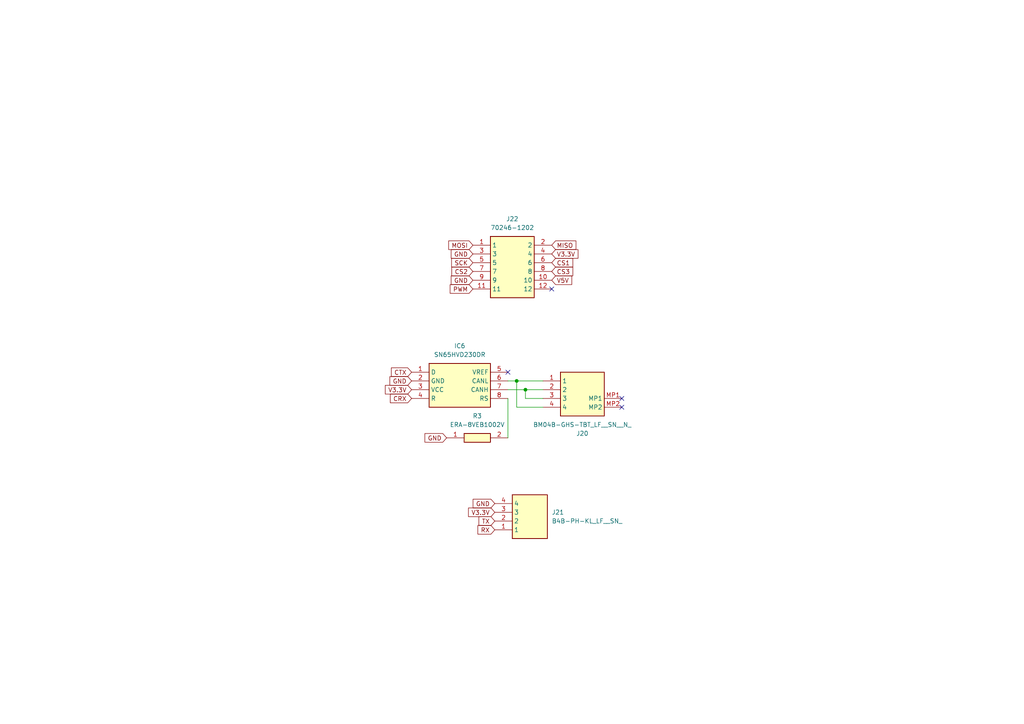
<source format=kicad_sch>
(kicad_sch
	(version 20231120)
	(generator "eeschema")
	(generator_version "8.0")
	(uuid "2398389c-09b0-450d-900c-db13463ddf67")
	(paper "A4")
	(lib_symbols
		(symbol "SamacSys_Parts:70246-1202"
			(exclude_from_sim no)
			(in_bom yes)
			(on_board yes)
			(property "Reference" "J"
				(at 19.05 7.62 0)
				(effects
					(font
						(size 1.27 1.27)
					)
					(justify left top)
				)
			)
			(property "Value" "70246-1202"
				(at 19.05 5.08 0)
				(effects
					(font
						(size 1.27 1.27)
					)
					(justify left top)
				)
			)
			(property "Footprint" "702461202"
				(at 19.05 -94.92 0)
				(effects
					(font
						(size 1.27 1.27)
					)
					(justify left top)
					(hide yes)
				)
			)
			(property "Datasheet" "https://www.molex.com/pdm_docs/sd/702461202_sd.pdf"
				(at 19.05 -194.92 0)
				(effects
					(font
						(size 1.27 1.27)
					)
					(justify left top)
					(hide yes)
				)
			)
			(property "Description" "Headers & Wire Housings 2.54mm CGrid Hdr Shr d /Slt .76AuLF 12Ckt"
				(at 0 0 0)
				(effects
					(font
						(size 1.27 1.27)
					)
					(hide yes)
				)
			)
			(property "Height" "9.47"
				(at 19.05 -394.92 0)
				(effects
					(font
						(size 1.27 1.27)
					)
					(justify left top)
					(hide yes)
				)
			)
			(property "Manufacturer_Name" "Molex"
				(at 19.05 -494.92 0)
				(effects
					(font
						(size 1.27 1.27)
					)
					(justify left top)
					(hide yes)
				)
			)
			(property "Manufacturer_Part_Number" "70246-1202"
				(at 19.05 -594.92 0)
				(effects
					(font
						(size 1.27 1.27)
					)
					(justify left top)
					(hide yes)
				)
			)
			(property "Mouser Part Number" "538-70246-1202"
				(at 19.05 -694.92 0)
				(effects
					(font
						(size 1.27 1.27)
					)
					(justify left top)
					(hide yes)
				)
			)
			(property "Mouser Price/Stock" "https://www.mouser.co.uk/ProductDetail/Molex/70246-1202?qs=fJMuCzod2IJmmhXp%2F2OcWQ%3D%3D"
				(at 19.05 -794.92 0)
				(effects
					(font
						(size 1.27 1.27)
					)
					(justify left top)
					(hide yes)
				)
			)
			(property "Arrow Part Number" ""
				(at 19.05 -894.92 0)
				(effects
					(font
						(size 1.27 1.27)
					)
					(justify left top)
					(hide yes)
				)
			)
			(property "Arrow Price/Stock" ""
				(at 19.05 -994.92 0)
				(effects
					(font
						(size 1.27 1.27)
					)
					(justify left top)
					(hide yes)
				)
			)
			(symbol "70246-1202_1_1"
				(rectangle
					(start 5.08 2.54)
					(end 17.78 -15.24)
					(stroke
						(width 0.254)
						(type default)
					)
					(fill
						(type background)
					)
				)
				(pin passive line
					(at 0 0 0)
					(length 5.08)
					(name "1"
						(effects
							(font
								(size 1.27 1.27)
							)
						)
					)
					(number "1"
						(effects
							(font
								(size 1.27 1.27)
							)
						)
					)
				)
				(pin passive line
					(at 22.86 -10.16 180)
					(length 5.08)
					(name "10"
						(effects
							(font
								(size 1.27 1.27)
							)
						)
					)
					(number "10"
						(effects
							(font
								(size 1.27 1.27)
							)
						)
					)
				)
				(pin passive line
					(at 0 -12.7 0)
					(length 5.08)
					(name "11"
						(effects
							(font
								(size 1.27 1.27)
							)
						)
					)
					(number "11"
						(effects
							(font
								(size 1.27 1.27)
							)
						)
					)
				)
				(pin passive line
					(at 22.86 -12.7 180)
					(length 5.08)
					(name "12"
						(effects
							(font
								(size 1.27 1.27)
							)
						)
					)
					(number "12"
						(effects
							(font
								(size 1.27 1.27)
							)
						)
					)
				)
				(pin passive line
					(at 22.86 0 180)
					(length 5.08)
					(name "2"
						(effects
							(font
								(size 1.27 1.27)
							)
						)
					)
					(number "2"
						(effects
							(font
								(size 1.27 1.27)
							)
						)
					)
				)
				(pin passive line
					(at 0 -2.54 0)
					(length 5.08)
					(name "3"
						(effects
							(font
								(size 1.27 1.27)
							)
						)
					)
					(number "3"
						(effects
							(font
								(size 1.27 1.27)
							)
						)
					)
				)
				(pin passive line
					(at 22.86 -2.54 180)
					(length 5.08)
					(name "4"
						(effects
							(font
								(size 1.27 1.27)
							)
						)
					)
					(number "4"
						(effects
							(font
								(size 1.27 1.27)
							)
						)
					)
				)
				(pin passive line
					(at 0 -5.08 0)
					(length 5.08)
					(name "5"
						(effects
							(font
								(size 1.27 1.27)
							)
						)
					)
					(number "5"
						(effects
							(font
								(size 1.27 1.27)
							)
						)
					)
				)
				(pin passive line
					(at 22.86 -5.08 180)
					(length 5.08)
					(name "6"
						(effects
							(font
								(size 1.27 1.27)
							)
						)
					)
					(number "6"
						(effects
							(font
								(size 1.27 1.27)
							)
						)
					)
				)
				(pin passive line
					(at 0 -7.62 0)
					(length 5.08)
					(name "7"
						(effects
							(font
								(size 1.27 1.27)
							)
						)
					)
					(number "7"
						(effects
							(font
								(size 1.27 1.27)
							)
						)
					)
				)
				(pin passive line
					(at 22.86 -7.62 180)
					(length 5.08)
					(name "8"
						(effects
							(font
								(size 1.27 1.27)
							)
						)
					)
					(number "8"
						(effects
							(font
								(size 1.27 1.27)
							)
						)
					)
				)
				(pin passive line
					(at 0 -10.16 0)
					(length 5.08)
					(name "9"
						(effects
							(font
								(size 1.27 1.27)
							)
						)
					)
					(number "9"
						(effects
							(font
								(size 1.27 1.27)
							)
						)
					)
				)
			)
		)
		(symbol "SamacSys_Parts:B4B-PH-KL_LF__SN_"
			(exclude_from_sim no)
			(in_bom yes)
			(on_board yes)
			(property "Reference" "J"
				(at 16.51 7.62 0)
				(effects
					(font
						(size 1.27 1.27)
					)
					(justify left top)
				)
			)
			(property "Value" "B4B-PH-KL_LF__SN_"
				(at 16.51 5.08 0)
				(effects
					(font
						(size 1.27 1.27)
					)
					(justify left top)
				)
			)
			(property "Footprint" "B4BPHKLLFSN"
				(at 16.51 -94.92 0)
				(effects
					(font
						(size 1.27 1.27)
					)
					(justify left top)
					(hide yes)
				)
			)
			(property "Datasheet" "https://www.jst-mfg.com/product/pdf/eng/ePH.pdf"
				(at 16.51 -194.92 0)
				(effects
					(font
						(size 1.27 1.27)
					)
					(justify left top)
					(hide yes)
				)
			)
			(property "Description" "PH Series 4 Position 2 mm Pitch Through Hole Crimp Top Entry Shrouded Header"
				(at 0 0 0)
				(effects
					(font
						(size 1.27 1.27)
					)
					(hide yes)
				)
			)
			(property "Height" "6"
				(at 16.51 -394.92 0)
				(effects
					(font
						(size 1.27 1.27)
					)
					(justify left top)
					(hide yes)
				)
			)
			(property "Manufacturer_Name" "JST (JAPAN SOLDERLESS TERMINALS)"
				(at 16.51 -494.92 0)
				(effects
					(font
						(size 1.27 1.27)
					)
					(justify left top)
					(hide yes)
				)
			)
			(property "Manufacturer_Part_Number" "B4B-PH-KL(LF)(SN)"
				(at 16.51 -594.92 0)
				(effects
					(font
						(size 1.27 1.27)
					)
					(justify left top)
					(hide yes)
				)
			)
			(property "Mouser Part Number" ""
				(at 16.51 -694.92 0)
				(effects
					(font
						(size 1.27 1.27)
					)
					(justify left top)
					(hide yes)
				)
			)
			(property "Mouser Price/Stock" ""
				(at 16.51 -794.92 0)
				(effects
					(font
						(size 1.27 1.27)
					)
					(justify left top)
					(hide yes)
				)
			)
			(property "Arrow Part Number" ""
				(at 16.51 -894.92 0)
				(effects
					(font
						(size 1.27 1.27)
					)
					(justify left top)
					(hide yes)
				)
			)
			(property "Arrow Price/Stock" ""
				(at 16.51 -994.92 0)
				(effects
					(font
						(size 1.27 1.27)
					)
					(justify left top)
					(hide yes)
				)
			)
			(symbol "B4B-PH-KL_LF__SN__1_1"
				(rectangle
					(start 5.08 2.54)
					(end 15.24 -10.16)
					(stroke
						(width 0.254)
						(type default)
					)
					(fill
						(type background)
					)
				)
				(pin passive line
					(at 0 -7.62 0)
					(length 5.08)
					(name "1"
						(effects
							(font
								(size 1.27 1.27)
							)
						)
					)
					(number "1"
						(effects
							(font
								(size 1.27 1.27)
							)
						)
					)
				)
				(pin passive line
					(at 0 -5.08 0)
					(length 5.08)
					(name "2"
						(effects
							(font
								(size 1.27 1.27)
							)
						)
					)
					(number "2"
						(effects
							(font
								(size 1.27 1.27)
							)
						)
					)
				)
				(pin passive line
					(at 0 -2.54 0)
					(length 5.08)
					(name "3"
						(effects
							(font
								(size 1.27 1.27)
							)
						)
					)
					(number "3"
						(effects
							(font
								(size 1.27 1.27)
							)
						)
					)
				)
				(pin passive line
					(at 0 0 0)
					(length 5.08)
					(name "4"
						(effects
							(font
								(size 1.27 1.27)
							)
						)
					)
					(number "4"
						(effects
							(font
								(size 1.27 1.27)
							)
						)
					)
				)
			)
		)
		(symbol "SamacSys_Parts:BM04B-GHS-TBT_LF__SN__N_"
			(exclude_from_sim no)
			(in_bom yes)
			(on_board yes)
			(property "Reference" "J"
				(at 19.05 7.62 0)
				(effects
					(font
						(size 1.27 1.27)
					)
					(justify left top)
				)
			)
			(property "Value" "BM04B-GHS-TBT_LF__SN__N_"
				(at 19.05 5.08 0)
				(effects
					(font
						(size 1.27 1.27)
					)
					(justify left top)
				)
			)
			(property "Footprint" "BM04BGHSTBTLFSNN"
				(at 19.05 -94.92 0)
				(effects
					(font
						(size 1.27 1.27)
					)
					(justify left top)
					(hide yes)
				)
			)
			(property "Datasheet" "http://www.jst-mfg.com/product/pdf/eng/eGH.pdf"
				(at 19.05 -194.92 0)
				(effects
					(font
						(size 1.27 1.27)
					)
					(justify left top)
					(hide yes)
				)
			)
			(property "Description" "CONN HEADER SMD 4POS 1.25MM"
				(at 0 0 0)
				(effects
					(font
						(size 1.27 1.27)
					)
					(hide yes)
				)
			)
			(property "Height" "4.05"
				(at 19.05 -394.92 0)
				(effects
					(font
						(size 1.27 1.27)
					)
					(justify left top)
					(hide yes)
				)
			)
			(property "Manufacturer_Name" "JST (JAPAN SOLDERLESS TERMINALS)"
				(at 19.05 -494.92 0)
				(effects
					(font
						(size 1.27 1.27)
					)
					(justify left top)
					(hide yes)
				)
			)
			(property "Manufacturer_Part_Number" "BM04B-GHS-TBT(LF)(SN)(N)"
				(at 19.05 -594.92 0)
				(effects
					(font
						(size 1.27 1.27)
					)
					(justify left top)
					(hide yes)
				)
			)
			(property "Mouser Part Number" ""
				(at 19.05 -694.92 0)
				(effects
					(font
						(size 1.27 1.27)
					)
					(justify left top)
					(hide yes)
				)
			)
			(property "Mouser Price/Stock" ""
				(at 19.05 -794.92 0)
				(effects
					(font
						(size 1.27 1.27)
					)
					(justify left top)
					(hide yes)
				)
			)
			(property "Arrow Part Number" "BM04B-GHS-TBT(LF)(SN)(N)"
				(at 19.05 -894.92 0)
				(effects
					(font
						(size 1.27 1.27)
					)
					(justify left top)
					(hide yes)
				)
			)
			(property "Arrow Price/Stock" "https://www.arrow.com/en/products/bm04b-ghs-tbt-lf-sn-n/jst-manufacturing?region=europe"
				(at 19.05 -994.92 0)
				(effects
					(font
						(size 1.27 1.27)
					)
					(justify left top)
					(hide yes)
				)
			)
			(symbol "BM04B-GHS-TBT_LF__SN__N__1_1"
				(rectangle
					(start 5.08 2.54)
					(end 17.78 -10.16)
					(stroke
						(width 0.254)
						(type default)
					)
					(fill
						(type background)
					)
				)
				(pin passive line
					(at 22.86 -7.62 180)
					(length 5.08)
					(name "1"
						(effects
							(font
								(size 1.27 1.27)
							)
						)
					)
					(number "1"
						(effects
							(font
								(size 1.27 1.27)
							)
						)
					)
				)
				(pin passive line
					(at 22.86 -5.08 180)
					(length 5.08)
					(name "2"
						(effects
							(font
								(size 1.27 1.27)
							)
						)
					)
					(number "2"
						(effects
							(font
								(size 1.27 1.27)
							)
						)
					)
				)
				(pin passive line
					(at 22.86 -2.54 180)
					(length 5.08)
					(name "3"
						(effects
							(font
								(size 1.27 1.27)
							)
						)
					)
					(number "3"
						(effects
							(font
								(size 1.27 1.27)
							)
						)
					)
				)
				(pin passive line
					(at 22.86 0 180)
					(length 5.08)
					(name "4"
						(effects
							(font
								(size 1.27 1.27)
							)
						)
					)
					(number "4"
						(effects
							(font
								(size 1.27 1.27)
							)
						)
					)
				)
				(pin passive line
					(at 0 -2.54 0)
					(length 5.08)
					(name "MP1"
						(effects
							(font
								(size 1.27 1.27)
							)
						)
					)
					(number "MP1"
						(effects
							(font
								(size 1.27 1.27)
							)
						)
					)
				)
				(pin passive line
					(at 0 0 0)
					(length 5.08)
					(name "MP2"
						(effects
							(font
								(size 1.27 1.27)
							)
						)
					)
					(number "MP2"
						(effects
							(font
								(size 1.27 1.27)
							)
						)
					)
				)
			)
		)
		(symbol "SamacSys_Parts:ERA-8VEB1002V"
			(pin_names hide)
			(exclude_from_sim no)
			(in_bom yes)
			(on_board yes)
			(property "Reference" "R"
				(at 13.97 6.35 0)
				(effects
					(font
						(size 1.27 1.27)
					)
					(justify left top)
				)
			)
			(property "Value" "ERA-8VEB1002V"
				(at 13.97 3.81 0)
				(effects
					(font
						(size 1.27 1.27)
					)
					(justify left top)
				)
			)
			(property "Footprint" "ERA8KEB1004V"
				(at 13.97 -96.19 0)
				(effects
					(font
						(size 1.27 1.27)
					)
					(justify left top)
					(hide yes)
				)
			)
			(property "Datasheet" "https://industrial.panasonic.com/cdbs/www-data/pdf/RDM0000/RDM0000C331.pdf"
				(at 13.97 -196.19 0)
				(effects
					(font
						(size 1.27 1.27)
					)
					(justify left top)
					(hide yes)
				)
			)
			(property "Description" "Series/Type: Thin Film Chip Resistors, High Stability and Reliability Type, Power Rating (W): 0.25, Chip Size (LxW(EIA)) (mm): 3.2 x 1.6 (EIA:1206), Resistance Values (): 10000, Resistance Tolerance (%): 0.1, T.C.R (10/K): +/-25"
				(at 0 0 0)
				(effects
					(font
						(size 1.27 1.27)
					)
					(hide yes)
				)
			)
			(property "Height" "0.65"
				(at 13.97 -396.19 0)
				(effects
					(font
						(size 1.27 1.27)
					)
					(justify left top)
					(hide yes)
				)
			)
			(property "Manufacturer_Name" "Panasonic"
				(at 13.97 -496.19 0)
				(effects
					(font
						(size 1.27 1.27)
					)
					(justify left top)
					(hide yes)
				)
			)
			(property "Manufacturer_Part_Number" "ERA-8VEB1002V"
				(at 13.97 -596.19 0)
				(effects
					(font
						(size 1.27 1.27)
					)
					(justify left top)
					(hide yes)
				)
			)
			(property "Mouser Part Number" "667-ERA-8VEB1002V"
				(at 13.97 -696.19 0)
				(effects
					(font
						(size 1.27 1.27)
					)
					(justify left top)
					(hide yes)
				)
			)
			(property "Mouser Price/Stock" "https://www.mouser.co.uk/ProductDetail/Panasonic/ERA-8VEB1002V?qs=By6Nw2ByBD1wyfr6GkuTsw%3D%3D"
				(at 13.97 -796.19 0)
				(effects
					(font
						(size 1.27 1.27)
					)
					(justify left top)
					(hide yes)
				)
			)
			(property "Arrow Part Number" ""
				(at 13.97 -896.19 0)
				(effects
					(font
						(size 1.27 1.27)
					)
					(justify left top)
					(hide yes)
				)
			)
			(property "Arrow Price/Stock" ""
				(at 13.97 -996.19 0)
				(effects
					(font
						(size 1.27 1.27)
					)
					(justify left top)
					(hide yes)
				)
			)
			(symbol "ERA-8VEB1002V_1_1"
				(rectangle
					(start 5.08 1.27)
					(end 12.7 -1.27)
					(stroke
						(width 0.254)
						(type default)
					)
					(fill
						(type background)
					)
				)
				(pin passive line
					(at 0 0 0)
					(length 5.08)
					(name "1"
						(effects
							(font
								(size 1.27 1.27)
							)
						)
					)
					(number "1"
						(effects
							(font
								(size 1.27 1.27)
							)
						)
					)
				)
				(pin passive line
					(at 17.78 0 180)
					(length 5.08)
					(name "2"
						(effects
							(font
								(size 1.27 1.27)
							)
						)
					)
					(number "2"
						(effects
							(font
								(size 1.27 1.27)
							)
						)
					)
				)
			)
		)
		(symbol "SamacSys_Parts:SN65HVD230DR"
			(exclude_from_sim no)
			(in_bom yes)
			(on_board yes)
			(property "Reference" "IC"
				(at 24.13 7.62 0)
				(effects
					(font
						(size 1.27 1.27)
					)
					(justify left top)
				)
			)
			(property "Value" "SN65HVD230DR"
				(at 24.13 5.08 0)
				(effects
					(font
						(size 1.27 1.27)
					)
					(justify left top)
				)
			)
			(property "Footprint" "SOT127P600X175-8N"
				(at 24.13 -94.92 0)
				(effects
					(font
						(size 1.27 1.27)
					)
					(justify left top)
					(hide yes)
				)
			)
			(property "Datasheet" "http://www.ti.com/lit/gpn/sn65hvd230"
				(at 24.13 -194.92 0)
				(effects
					(font
						(size 1.27 1.27)
					)
					(justify left top)
					(hide yes)
				)
			)
			(property "Description" "3.3 V CAN Transceiver with Standby Mode"
				(at 0 0 0)
				(effects
					(font
						(size 1.27 1.27)
					)
					(hide yes)
				)
			)
			(property "Height" "1.75"
				(at 24.13 -394.92 0)
				(effects
					(font
						(size 1.27 1.27)
					)
					(justify left top)
					(hide yes)
				)
			)
			(property "Manufacturer_Name" "Texas Instruments"
				(at 24.13 -494.92 0)
				(effects
					(font
						(size 1.27 1.27)
					)
					(justify left top)
					(hide yes)
				)
			)
			(property "Manufacturer_Part_Number" "SN65HVD230DR"
				(at 24.13 -594.92 0)
				(effects
					(font
						(size 1.27 1.27)
					)
					(justify left top)
					(hide yes)
				)
			)
			(property "Mouser Part Number" "595-SN65HVD230DR"
				(at 24.13 -694.92 0)
				(effects
					(font
						(size 1.27 1.27)
					)
					(justify left top)
					(hide yes)
				)
			)
			(property "Mouser Price/Stock" "https://www.mouser.co.uk/ProductDetail/Texas-Instruments/SN65HVD230DR?qs=QViXGNcIEAtifeQR3pYVUQ%3D%3D"
				(at 24.13 -794.92 0)
				(effects
					(font
						(size 1.27 1.27)
					)
					(justify left top)
					(hide yes)
				)
			)
			(property "Arrow Part Number" "SN65HVD230DR"
				(at 24.13 -894.92 0)
				(effects
					(font
						(size 1.27 1.27)
					)
					(justify left top)
					(hide yes)
				)
			)
			(property "Arrow Price/Stock" "https://www.arrow.com/en/products/sn65hvd230dr/texas-instruments?region=nac"
				(at 24.13 -994.92 0)
				(effects
					(font
						(size 1.27 1.27)
					)
					(justify left top)
					(hide yes)
				)
			)
			(symbol "SN65HVD230DR_1_1"
				(rectangle
					(start 5.08 2.54)
					(end 22.86 -10.16)
					(stroke
						(width 0.254)
						(type default)
					)
					(fill
						(type background)
					)
				)
				(pin passive line
					(at 0 0 0)
					(length 5.08)
					(name "D"
						(effects
							(font
								(size 1.27 1.27)
							)
						)
					)
					(number "1"
						(effects
							(font
								(size 1.27 1.27)
							)
						)
					)
				)
				(pin passive line
					(at 0 -2.54 0)
					(length 5.08)
					(name "GND"
						(effects
							(font
								(size 1.27 1.27)
							)
						)
					)
					(number "2"
						(effects
							(font
								(size 1.27 1.27)
							)
						)
					)
				)
				(pin passive line
					(at 0 -5.08 0)
					(length 5.08)
					(name "VCC"
						(effects
							(font
								(size 1.27 1.27)
							)
						)
					)
					(number "3"
						(effects
							(font
								(size 1.27 1.27)
							)
						)
					)
				)
				(pin passive line
					(at 0 -7.62 0)
					(length 5.08)
					(name "R"
						(effects
							(font
								(size 1.27 1.27)
							)
						)
					)
					(number "4"
						(effects
							(font
								(size 1.27 1.27)
							)
						)
					)
				)
				(pin passive line
					(at 27.94 0 180)
					(length 5.08)
					(name "VREF"
						(effects
							(font
								(size 1.27 1.27)
							)
						)
					)
					(number "5"
						(effects
							(font
								(size 1.27 1.27)
							)
						)
					)
				)
				(pin passive line
					(at 27.94 -2.54 180)
					(length 5.08)
					(name "CANL"
						(effects
							(font
								(size 1.27 1.27)
							)
						)
					)
					(number "6"
						(effects
							(font
								(size 1.27 1.27)
							)
						)
					)
				)
				(pin passive line
					(at 27.94 -5.08 180)
					(length 5.08)
					(name "CANH"
						(effects
							(font
								(size 1.27 1.27)
							)
						)
					)
					(number "7"
						(effects
							(font
								(size 1.27 1.27)
							)
						)
					)
				)
				(pin passive line
					(at 27.94 -7.62 180)
					(length 5.08)
					(name "RS"
						(effects
							(font
								(size 1.27 1.27)
							)
						)
					)
					(number "8"
						(effects
							(font
								(size 1.27 1.27)
							)
						)
					)
				)
			)
		)
	)
	(junction
		(at 149.86 110.49)
		(diameter 0)
		(color 0 0 0 0)
		(uuid "e420e954-c93d-4e44-945c-89f4f38962c1")
	)
	(junction
		(at 152.4 113.03)
		(diameter 0)
		(color 0 0 0 0)
		(uuid "f7319710-8cb9-468d-90e5-afea89d1be65")
	)
	(no_connect
		(at 180.34 115.57)
		(uuid "4b3d427b-a120-4434-b12d-4c292d82aebe")
	)
	(no_connect
		(at 180.34 118.11)
		(uuid "b14fe873-3b29-4ff9-9e77-d5a84ae5f1a1")
	)
	(no_connect
		(at 160.02 83.82)
		(uuid "d20801d2-7e41-4b53-8635-824c649f7fa5")
	)
	(no_connect
		(at 147.32 107.95)
		(uuid "f1f591b6-a086-44ca-b824-42924435fd70")
	)
	(wire
		(pts
			(xy 147.32 110.49) (xy 149.86 110.49)
		)
		(stroke
			(width 0)
			(type default)
		)
		(uuid "1988fe67-b67a-42d5-bfed-1a70da04f314")
	)
	(wire
		(pts
			(xy 147.32 113.03) (xy 152.4 113.03)
		)
		(stroke
			(width 0)
			(type default)
		)
		(uuid "71f07457-8f59-404f-8126-723df315874b")
	)
	(wire
		(pts
			(xy 147.32 115.57) (xy 147.32 127)
		)
		(stroke
			(width 0)
			(type default)
		)
		(uuid "7ccb89b3-4779-459d-ad67-34058232f861")
	)
	(wire
		(pts
			(xy 149.86 118.11) (xy 149.86 110.49)
		)
		(stroke
			(width 0)
			(type default)
		)
		(uuid "9001ba56-6f32-491b-9fd6-b9e3d7dd1743")
	)
	(wire
		(pts
			(xy 149.86 110.49) (xy 157.48 110.49)
		)
		(stroke
			(width 0)
			(type default)
		)
		(uuid "9a634b11-f4e6-4d20-bd92-8706a62ff2e6")
	)
	(wire
		(pts
			(xy 157.48 118.11) (xy 149.86 118.11)
		)
		(stroke
			(width 0)
			(type default)
		)
		(uuid "a397fdde-65f7-440f-a4c9-1cac1a986c09")
	)
	(wire
		(pts
			(xy 152.4 115.57) (xy 152.4 113.03)
		)
		(stroke
			(width 0)
			(type default)
		)
		(uuid "af2bab31-1cc4-4f27-a1da-7e4ae69c6da7")
	)
	(wire
		(pts
			(xy 152.4 113.03) (xy 157.48 113.03)
		)
		(stroke
			(width 0)
			(type default)
		)
		(uuid "bf391224-9ac8-4441-bdb4-29294b21f382")
	)
	(wire
		(pts
			(xy 157.48 115.57) (xy 152.4 115.57)
		)
		(stroke
			(width 0)
			(type default)
		)
		(uuid "db97bce9-b999-48b7-a3ba-b89c0404ba4a")
	)
	(global_label "RX"
		(shape input)
		(at 143.51 153.67 180)
		(fields_autoplaced yes)
		(effects
			(font
				(size 1.27 1.27)
			)
			(justify right)
		)
		(uuid "01feccc7-d89b-49e4-a279-1b3050945ae5")
		(property "Intersheetrefs" "${INTERSHEET_REFS}"
			(at 138.0453 153.67 0)
			(effects
				(font
					(size 1.27 1.27)
				)
				(justify right)
				(hide yes)
			)
		)
	)
	(global_label "GND"
		(shape input)
		(at 137.16 73.66 180)
		(fields_autoplaced yes)
		(effects
			(font
				(size 1.27 1.27)
			)
			(justify right)
		)
		(uuid "19647da8-99aa-4e31-9bbb-fb2be7656472")
		(property "Intersheetrefs" "${INTERSHEET_REFS}"
			(at 130.3043 73.66 0)
			(effects
				(font
					(size 1.27 1.27)
				)
				(justify right)
				(hide yes)
			)
		)
	)
	(global_label "CS1"
		(shape input)
		(at 160.02 76.2 0)
		(fields_autoplaced yes)
		(effects
			(font
				(size 1.27 1.27)
			)
			(justify left)
		)
		(uuid "258f8fe3-74f7-418e-8015-a276487e4b33")
		(property "Intersheetrefs" "${INTERSHEET_REFS}"
			(at 166.6942 76.2 0)
			(effects
				(font
					(size 1.27 1.27)
				)
				(justify left)
				(hide yes)
			)
		)
	)
	(global_label "V3.3V"
		(shape input)
		(at 119.38 113.03 180)
		(fields_autoplaced yes)
		(effects
			(font
				(size 1.27 1.27)
			)
			(justify right)
		)
		(uuid "26141896-f859-4581-a928-b325fc2a64d8")
		(property "Intersheetrefs" "${INTERSHEET_REFS}"
			(at 111.1938 113.03 0)
			(effects
				(font
					(size 1.27 1.27)
				)
				(justify right)
				(hide yes)
			)
		)
	)
	(global_label "MOSI"
		(shape input)
		(at 137.16 71.12 180)
		(fields_autoplaced yes)
		(effects
			(font
				(size 1.27 1.27)
			)
			(justify right)
		)
		(uuid "283e3c97-f185-423c-977e-add827538756")
		(property "Intersheetrefs" "${INTERSHEET_REFS}"
			(at 129.5786 71.12 0)
			(effects
				(font
					(size 1.27 1.27)
				)
				(justify right)
				(hide yes)
			)
		)
	)
	(global_label "V3.3V"
		(shape input)
		(at 160.02 73.66 0)
		(fields_autoplaced yes)
		(effects
			(font
				(size 1.27 1.27)
			)
			(justify left)
		)
		(uuid "28e6a967-3513-4e25-8f2d-31e2f75d02aa")
		(property "Intersheetrefs" "${INTERSHEET_REFS}"
			(at 168.2062 73.66 0)
			(effects
				(font
					(size 1.27 1.27)
				)
				(justify left)
				(hide yes)
			)
		)
	)
	(global_label "CS2"
		(shape input)
		(at 137.16 78.74 180)
		(fields_autoplaced yes)
		(effects
			(font
				(size 1.27 1.27)
			)
			(justify right)
		)
		(uuid "3729eb08-9e0e-4171-a339-bfe4825a238d")
		(property "Intersheetrefs" "${INTERSHEET_REFS}"
			(at 130.4858 78.74 0)
			(effects
				(font
					(size 1.27 1.27)
				)
				(justify right)
				(hide yes)
			)
		)
	)
	(global_label "TX"
		(shape input)
		(at 143.51 151.13 180)
		(fields_autoplaced yes)
		(effects
			(font
				(size 1.27 1.27)
			)
			(justify right)
		)
		(uuid "372abe8d-30de-4a03-8217-54f40662c2fa")
		(property "Intersheetrefs" "${INTERSHEET_REFS}"
			(at 138.3477 151.13 0)
			(effects
				(font
					(size 1.27 1.27)
				)
				(justify right)
				(hide yes)
			)
		)
	)
	(global_label "PWM"
		(shape input)
		(at 137.16 83.82 180)
		(fields_autoplaced yes)
		(effects
			(font
				(size 1.27 1.27)
			)
			(justify right)
		)
		(uuid "3d1b4661-d36d-4eb1-a5f0-c4b69257cb56")
		(property "Intersheetrefs" "${INTERSHEET_REFS}"
			(at 130.002 83.82 0)
			(effects
				(font
					(size 1.27 1.27)
				)
				(justify right)
				(hide yes)
			)
		)
	)
	(global_label "CRX"
		(shape input)
		(at 119.38 115.57 180)
		(fields_autoplaced yes)
		(effects
			(font
				(size 1.27 1.27)
			)
			(justify right)
		)
		(uuid "4376f032-0baf-4ef2-b3cc-0cc469267def")
		(property "Intersheetrefs" "${INTERSHEET_REFS}"
			(at 112.6453 115.57 0)
			(effects
				(font
					(size 1.27 1.27)
				)
				(justify right)
				(hide yes)
			)
		)
	)
	(global_label "SCK"
		(shape input)
		(at 137.16 76.2 180)
		(fields_autoplaced yes)
		(effects
			(font
				(size 1.27 1.27)
			)
			(justify right)
		)
		(uuid "68f660c1-4da4-47b3-b3b8-61ce53e2a704")
		(property "Intersheetrefs" "${INTERSHEET_REFS}"
			(at 130.4253 76.2 0)
			(effects
				(font
					(size 1.27 1.27)
				)
				(justify right)
				(hide yes)
			)
		)
	)
	(global_label "V3.3V"
		(shape input)
		(at 143.51 148.59 180)
		(fields_autoplaced yes)
		(effects
			(font
				(size 1.27 1.27)
			)
			(justify right)
		)
		(uuid "6e3da09a-5d68-4057-9d39-2a34a2ec4a4a")
		(property "Intersheetrefs" "${INTERSHEET_REFS}"
			(at 135.3238 148.59 0)
			(effects
				(font
					(size 1.27 1.27)
				)
				(justify right)
				(hide yes)
			)
		)
	)
	(global_label "GND"
		(shape input)
		(at 137.16 81.28 180)
		(fields_autoplaced yes)
		(effects
			(font
				(size 1.27 1.27)
			)
			(justify right)
		)
		(uuid "7f30ddf6-5d80-474e-a31e-06359e131bee")
		(property "Intersheetrefs" "${INTERSHEET_REFS}"
			(at 130.3043 81.28 0)
			(effects
				(font
					(size 1.27 1.27)
				)
				(justify right)
				(hide yes)
			)
		)
	)
	(global_label "CS3"
		(shape input)
		(at 160.02 78.74 0)
		(fields_autoplaced yes)
		(effects
			(font
				(size 1.27 1.27)
			)
			(justify left)
		)
		(uuid "a670f0f6-f910-4b81-982d-6ce8f19a7b9b")
		(property "Intersheetrefs" "${INTERSHEET_REFS}"
			(at 166.6942 78.74 0)
			(effects
				(font
					(size 1.27 1.27)
				)
				(justify left)
				(hide yes)
			)
		)
	)
	(global_label "GND"
		(shape input)
		(at 129.54 127 180)
		(fields_autoplaced yes)
		(effects
			(font
				(size 1.27 1.27)
			)
			(justify right)
		)
		(uuid "b76572a0-72cd-4f23-a3c0-5c9372b3334d")
		(property "Intersheetrefs" "${INTERSHEET_REFS}"
			(at 122.6843 127 0)
			(effects
				(font
					(size 1.27 1.27)
				)
				(justify right)
				(hide yes)
			)
		)
	)
	(global_label "GND"
		(shape input)
		(at 119.38 110.49 180)
		(fields_autoplaced yes)
		(effects
			(font
				(size 1.27 1.27)
			)
			(justify right)
		)
		(uuid "bafac8d6-e4bf-4711-be82-39b10de8f94d")
		(property "Intersheetrefs" "${INTERSHEET_REFS}"
			(at 112.5243 110.49 0)
			(effects
				(font
					(size 1.27 1.27)
				)
				(justify right)
				(hide yes)
			)
		)
	)
	(global_label "GND"
		(shape input)
		(at 143.51 146.05 180)
		(fields_autoplaced yes)
		(effects
			(font
				(size 1.27 1.27)
			)
			(justify right)
		)
		(uuid "ca2cfa31-f703-4d3a-af83-437e8acd2fd7")
		(property "Intersheetrefs" "${INTERSHEET_REFS}"
			(at 136.6543 146.05 0)
			(effects
				(font
					(size 1.27 1.27)
				)
				(justify right)
				(hide yes)
			)
		)
	)
	(global_label "CTX"
		(shape input)
		(at 119.38 107.95 180)
		(fields_autoplaced yes)
		(effects
			(font
				(size 1.27 1.27)
			)
			(justify right)
		)
		(uuid "d5c22a90-a7aa-4e27-a418-287b9a46eada")
		(property "Intersheetrefs" "${INTERSHEET_REFS}"
			(at 112.9477 107.95 0)
			(effects
				(font
					(size 1.27 1.27)
				)
				(justify right)
				(hide yes)
			)
		)
	)
	(global_label "V5V"
		(shape input)
		(at 160.02 81.28 0)
		(fields_autoplaced yes)
		(effects
			(font
				(size 1.27 1.27)
			)
			(justify left)
		)
		(uuid "dab37c4e-dcec-423d-87ba-f9c8edb84655")
		(property "Intersheetrefs" "${INTERSHEET_REFS}"
			(at 166.3919 81.28 0)
			(effects
				(font
					(size 1.27 1.27)
				)
				(justify left)
				(hide yes)
			)
		)
	)
	(global_label "MISO"
		(shape input)
		(at 160.02 71.12 0)
		(fields_autoplaced yes)
		(effects
			(font
				(size 1.27 1.27)
			)
			(justify left)
		)
		(uuid "f98124f4-4a27-493a-870b-dcbb804109b3")
		(property "Intersheetrefs" "${INTERSHEET_REFS}"
			(at 167.6014 71.12 0)
			(effects
				(font
					(size 1.27 1.27)
				)
				(justify left)
				(hide yes)
			)
		)
	)
	(symbol
		(lib_id "SamacSys_Parts:ERA-8VEB1002V")
		(at 129.54 127 0)
		(unit 1)
		(exclude_from_sim no)
		(in_bom yes)
		(on_board yes)
		(dnp no)
		(fields_autoplaced yes)
		(uuid "39ed16f6-6a10-43c4-acbd-4d957c0a564a")
		(property "Reference" "R3"
			(at 138.43 120.65 0)
			(effects
				(font
					(size 1.27 1.27)
				)
			)
		)
		(property "Value" "ERA-8VEB1002V"
			(at 138.43 123.19 0)
			(effects
				(font
					(size 1.27 1.27)
				)
			)
		)
		(property "Footprint" "SamacSys_Parts:ERA8KEB1004V"
			(at 143.51 223.19 0)
			(effects
				(font
					(size 1.27 1.27)
				)
				(justify left top)
				(hide yes)
			)
		)
		(property "Datasheet" "https://industrial.panasonic.com/cdbs/www-data/pdf/RDM0000/RDM0000C331.pdf"
			(at 143.51 323.19 0)
			(effects
				(font
					(size 1.27 1.27)
				)
				(justify left top)
				(hide yes)
			)
		)
		(property "Description" "Series/Type: Thin Film Chip Resistors, High Stability and Reliability Type, Power Rating (W): 0.25, Chip Size (LxW(EIA)) (mm): 3.2 x 1.6 (EIA:1206), Resistance Values (): 10000, Resistance Tolerance (%): 0.1, T.C.R (10/K): +/-25"
			(at 129.54 127 0)
			(effects
				(font
					(size 1.27 1.27)
				)
				(hide yes)
			)
		)
		(property "Height" "0.65"
			(at 143.51 523.19 0)
			(effects
				(font
					(size 1.27 1.27)
				)
				(justify left top)
				(hide yes)
			)
		)
		(property "Manufacturer_Name" "Panasonic"
			(at 143.51 623.19 0)
			(effects
				(font
					(size 1.27 1.27)
				)
				(justify left top)
				(hide yes)
			)
		)
		(property "Manufacturer_Part_Number" "ERA-8VEB1002V"
			(at 143.51 723.19 0)
			(effects
				(font
					(size 1.27 1.27)
				)
				(justify left top)
				(hide yes)
			)
		)
		(property "Mouser Part Number" "667-ERA-8VEB1002V"
			(at 143.51 823.19 0)
			(effects
				(font
					(size 1.27 1.27)
				)
				(justify left top)
				(hide yes)
			)
		)
		(property "Mouser Price/Stock" "https://www.mouser.co.uk/ProductDetail/Panasonic/ERA-8VEB1002V?qs=By6Nw2ByBD1wyfr6GkuTsw%3D%3D"
			(at 143.51 923.19 0)
			(effects
				(font
					(size 1.27 1.27)
				)
				(justify left top)
				(hide yes)
			)
		)
		(property "Arrow Part Number" ""
			(at 143.51 1023.19 0)
			(effects
				(font
					(size 1.27 1.27)
				)
				(justify left top)
				(hide yes)
			)
		)
		(property "Arrow Price/Stock" ""
			(at 143.51 1123.19 0)
			(effects
				(font
					(size 1.27 1.27)
				)
				(justify left top)
				(hide yes)
			)
		)
		(pin "1"
			(uuid "bee24e19-7009-485d-acda-24df749c3b0b")
		)
		(pin "2"
			(uuid "6d3ffd45-3768-409a-b8e6-207e9cf98708")
		)
		(instances
			(project ""
				(path "/7c729b63-3d20-4f8c-af05-a144a2f6144d/38b6d1b8-d4ef-42f9-9df0-997e60b9b477"
					(reference "R3")
					(unit 1)
				)
			)
		)
	)
	(symbol
		(lib_id "SamacSys_Parts:B4B-PH-KL_LF__SN_")
		(at 143.51 146.05 0)
		(unit 1)
		(exclude_from_sim no)
		(in_bom yes)
		(on_board yes)
		(dnp no)
		(fields_autoplaced yes)
		(uuid "63e5a920-b429-473f-b485-60af56a11a7a")
		(property "Reference" "J21"
			(at 160.02 148.5899 0)
			(effects
				(font
					(size 1.27 1.27)
				)
				(justify left)
			)
		)
		(property "Value" "B4B-PH-KL_LF__SN_"
			(at 160.02 151.1299 0)
			(effects
				(font
					(size 1.27 1.27)
				)
				(justify left)
			)
		)
		(property "Footprint" "SamacSys_Parts:B4BPHKLLFSN"
			(at 160.02 240.97 0)
			(effects
				(font
					(size 1.27 1.27)
				)
				(justify left top)
				(hide yes)
			)
		)
		(property "Datasheet" "https://www.jst-mfg.com/product/pdf/eng/ePH.pdf"
			(at 160.02 340.97 0)
			(effects
				(font
					(size 1.27 1.27)
				)
				(justify left top)
				(hide yes)
			)
		)
		(property "Description" "PH Series 4 Position 2 mm Pitch Through Hole Crimp Top Entry Shrouded Header"
			(at 143.51 146.05 0)
			(effects
				(font
					(size 1.27 1.27)
				)
				(hide yes)
			)
		)
		(property "Height" "6"
			(at 160.02 540.97 0)
			(effects
				(font
					(size 1.27 1.27)
				)
				(justify left top)
				(hide yes)
			)
		)
		(property "Manufacturer_Name" "JST (JAPAN SOLDERLESS TERMINALS)"
			(at 160.02 640.97 0)
			(effects
				(font
					(size 1.27 1.27)
				)
				(justify left top)
				(hide yes)
			)
		)
		(property "Manufacturer_Part_Number" "B4B-PH-KL(LF)(SN)"
			(at 160.02 740.97 0)
			(effects
				(font
					(size 1.27 1.27)
				)
				(justify left top)
				(hide yes)
			)
		)
		(property "Mouser Part Number" ""
			(at 160.02 840.97 0)
			(effects
				(font
					(size 1.27 1.27)
				)
				(justify left top)
				(hide yes)
			)
		)
		(property "Mouser Price/Stock" ""
			(at 160.02 940.97 0)
			(effects
				(font
					(size 1.27 1.27)
				)
				(justify left top)
				(hide yes)
			)
		)
		(property "Arrow Part Number" ""
			(at 160.02 1040.97 0)
			(effects
				(font
					(size 1.27 1.27)
				)
				(justify left top)
				(hide yes)
			)
		)
		(property "Arrow Price/Stock" ""
			(at 160.02 1140.97 0)
			(effects
				(font
					(size 1.27 1.27)
				)
				(justify left top)
				(hide yes)
			)
		)
		(pin "1"
			(uuid "9dc266f9-797f-46a4-a2c5-bdceb8390fee")
		)
		(pin "3"
			(uuid "8786c585-909c-4da5-86d5-a9c7287e11a4")
		)
		(pin "4"
			(uuid "7182fb6b-8428-47e3-9a51-72c67ac90185")
		)
		(pin "2"
			(uuid "c58d0322-5be8-42ca-b310-853d28ef9257")
		)
		(instances
			(project ""
				(path "/7c729b63-3d20-4f8c-af05-a144a2f6144d/38b6d1b8-d4ef-42f9-9df0-997e60b9b477"
					(reference "J21")
					(unit 1)
				)
			)
		)
	)
	(symbol
		(lib_id "SamacSys_Parts:BM04B-GHS-TBT_LF__SN__N_")
		(at 180.34 118.11 180)
		(unit 1)
		(exclude_from_sim no)
		(in_bom yes)
		(on_board yes)
		(dnp no)
		(fields_autoplaced yes)
		(uuid "ab7bbb38-72bb-43c4-87c0-9a1283900afc")
		(property "Reference" "J20"
			(at 168.91 125.73 0)
			(effects
				(font
					(size 1.27 1.27)
				)
			)
		)
		(property "Value" "BM04B-GHS-TBT_LF__SN__N_"
			(at 168.91 123.19 0)
			(effects
				(font
					(size 1.27 1.27)
				)
			)
		)
		(property "Footprint" "SamacSys_Parts:BM04BGHSTBTLFSNN"
			(at 161.29 23.19 0)
			(effects
				(font
					(size 1.27 1.27)
				)
				(justify left top)
				(hide yes)
			)
		)
		(property "Datasheet" "http://www.jst-mfg.com/product/pdf/eng/eGH.pdf"
			(at 161.29 -76.81 0)
			(effects
				(font
					(size 1.27 1.27)
				)
				(justify left top)
				(hide yes)
			)
		)
		(property "Description" "CONN HEADER SMD 4POS 1.25MM"
			(at 180.34 118.11 0)
			(effects
				(font
					(size 1.27 1.27)
				)
				(hide yes)
			)
		)
		(property "Height" "4.05"
			(at 161.29 -276.81 0)
			(effects
				(font
					(size 1.27 1.27)
				)
				(justify left top)
				(hide yes)
			)
		)
		(property "Manufacturer_Name" "JST (JAPAN SOLDERLESS TERMINALS)"
			(at 161.29 -376.81 0)
			(effects
				(font
					(size 1.27 1.27)
				)
				(justify left top)
				(hide yes)
			)
		)
		(property "Manufacturer_Part_Number" "BM04B-GHS-TBT(LF)(SN)(N)"
			(at 161.29 -476.81 0)
			(effects
				(font
					(size 1.27 1.27)
				)
				(justify left top)
				(hide yes)
			)
		)
		(property "Mouser Part Number" ""
			(at 161.29 -576.81 0)
			(effects
				(font
					(size 1.27 1.27)
				)
				(justify left top)
				(hide yes)
			)
		)
		(property "Mouser Price/Stock" ""
			(at 161.29 -676.81 0)
			(effects
				(font
					(size 1.27 1.27)
				)
				(justify left top)
				(hide yes)
			)
		)
		(property "Arrow Part Number" "BM04B-GHS-TBT(LF)(SN)(N)"
			(at 161.29 -776.81 0)
			(effects
				(font
					(size 1.27 1.27)
				)
				(justify left top)
				(hide yes)
			)
		)
		(property "Arrow Price/Stock" "https://www.arrow.com/en/products/bm04b-ghs-tbt-lf-sn-n/jst-manufacturing?region=europe"
			(at 161.29 -876.81 0)
			(effects
				(font
					(size 1.27 1.27)
				)
				(justify left top)
				(hide yes)
			)
		)
		(pin "MP1"
			(uuid "811202e1-dc31-4962-a1fb-569c3d38537d")
		)
		(pin "3"
			(uuid "56fd08b2-fa5c-40c9-84ba-e7d972c31d80")
		)
		(pin "1"
			(uuid "4b185e05-3b9e-4c5e-b7b0-013eddf7a565")
		)
		(pin "4"
			(uuid "bc19e040-6d9c-4cd1-8582-c7b2cefa3ff9")
		)
		(pin "MP2"
			(uuid "c73c885f-414e-4d3d-b67c-ce673a52c18d")
		)
		(pin "2"
			(uuid "71fc5d3c-732e-4285-86fa-23a801794ff7")
		)
		(instances
			(project ""
				(path "/7c729b63-3d20-4f8c-af05-a144a2f6144d/38b6d1b8-d4ef-42f9-9df0-997e60b9b477"
					(reference "J20")
					(unit 1)
				)
			)
		)
	)
	(symbol
		(lib_id "SamacSys_Parts:SN65HVD230DR")
		(at 119.38 107.95 0)
		(unit 1)
		(exclude_from_sim no)
		(in_bom yes)
		(on_board yes)
		(dnp no)
		(fields_autoplaced yes)
		(uuid "f1140ae9-5890-44f1-860b-af891cb222d7")
		(property "Reference" "IC6"
			(at 133.35 100.33 0)
			(effects
				(font
					(size 1.27 1.27)
				)
			)
		)
		(property "Value" "SN65HVD230DR"
			(at 133.35 102.87 0)
			(effects
				(font
					(size 1.27 1.27)
				)
			)
		)
		(property "Footprint" "SamacSys_Parts:SOT127P600X175-8N"
			(at 143.51 202.87 0)
			(effects
				(font
					(size 1.27 1.27)
				)
				(justify left top)
				(hide yes)
			)
		)
		(property "Datasheet" "http://www.ti.com/lit/gpn/sn65hvd230"
			(at 143.51 302.87 0)
			(effects
				(font
					(size 1.27 1.27)
				)
				(justify left top)
				(hide yes)
			)
		)
		(property "Description" "3.3 V CAN Transceiver with Standby Mode"
			(at 119.38 107.95 0)
			(effects
				(font
					(size 1.27 1.27)
				)
				(hide yes)
			)
		)
		(property "Height" "1.75"
			(at 143.51 502.87 0)
			(effects
				(font
					(size 1.27 1.27)
				)
				(justify left top)
				(hide yes)
			)
		)
		(property "Manufacturer_Name" "Texas Instruments"
			(at 143.51 602.87 0)
			(effects
				(font
					(size 1.27 1.27)
				)
				(justify left top)
				(hide yes)
			)
		)
		(property "Manufacturer_Part_Number" "SN65HVD230DR"
			(at 143.51 702.87 0)
			(effects
				(font
					(size 1.27 1.27)
				)
				(justify left top)
				(hide yes)
			)
		)
		(property "Mouser Part Number" "595-SN65HVD230DR"
			(at 143.51 802.87 0)
			(effects
				(font
					(size 1.27 1.27)
				)
				(justify left top)
				(hide yes)
			)
		)
		(property "Mouser Price/Stock" "https://www.mouser.co.uk/ProductDetail/Texas-Instruments/SN65HVD230DR?qs=QViXGNcIEAtifeQR3pYVUQ%3D%3D"
			(at 143.51 902.87 0)
			(effects
				(font
					(size 1.27 1.27)
				)
				(justify left top)
				(hide yes)
			)
		)
		(property "Arrow Part Number" "SN65HVD230DR"
			(at 143.51 1002.87 0)
			(effects
				(font
					(size 1.27 1.27)
				)
				(justify left top)
				(hide yes)
			)
		)
		(property "Arrow Price/Stock" "https://www.arrow.com/en/products/sn65hvd230dr/texas-instruments?region=nac"
			(at 143.51 1102.87 0)
			(effects
				(font
					(size 1.27 1.27)
				)
				(justify left top)
				(hide yes)
			)
		)
		(pin "4"
			(uuid "962f3aa9-bc6f-4bc9-9113-c2bc69f49641")
		)
		(pin "5"
			(uuid "31c46630-b240-4f0f-81a2-bf6171afda84")
		)
		(pin "8"
			(uuid "e1339ee4-09b7-4e42-88a5-a5eb051ea47f")
		)
		(pin "1"
			(uuid "2e249995-0ad4-453e-8c07-81c007e8911e")
		)
		(pin "2"
			(uuid "f0e36c45-32bc-4768-9ce7-12495cfe0954")
		)
		(pin "6"
			(uuid "ae8d9fd0-0daa-4ed7-96ee-f0a3c3e501c7")
		)
		(pin "7"
			(uuid "ca454548-8c4f-4dec-8f58-af50b46f58b9")
		)
		(pin "3"
			(uuid "3b2a7b34-594c-4003-9f62-2b1b6c31d0cf")
		)
		(instances
			(project ""
				(path "/7c729b63-3d20-4f8c-af05-a144a2f6144d/38b6d1b8-d4ef-42f9-9df0-997e60b9b477"
					(reference "IC6")
					(unit 1)
				)
			)
		)
	)
	(symbol
		(lib_id "SamacSys_Parts:70246-1202")
		(at 137.16 71.12 0)
		(unit 1)
		(exclude_from_sim no)
		(in_bom yes)
		(on_board yes)
		(dnp no)
		(fields_autoplaced yes)
		(uuid "fc471244-c35d-4a05-b22d-912137cc0933")
		(property "Reference" "J22"
			(at 148.59 63.5 0)
			(effects
				(font
					(size 1.27 1.27)
				)
			)
		)
		(property "Value" "70246-1202"
			(at 148.59 66.04 0)
			(effects
				(font
					(size 1.27 1.27)
				)
			)
		)
		(property "Footprint" "SamacSys_Parts:702461202"
			(at 156.21 166.04 0)
			(effects
				(font
					(size 1.27 1.27)
				)
				(justify left top)
				(hide yes)
			)
		)
		(property "Datasheet" "https://www.molex.com/pdm_docs/sd/702461202_sd.pdf"
			(at 156.21 266.04 0)
			(effects
				(font
					(size 1.27 1.27)
				)
				(justify left top)
				(hide yes)
			)
		)
		(property "Description" "Headers & Wire Housings 2.54mm CGrid Hdr Shr d /Slt .76AuLF 12Ckt"
			(at 137.16 71.12 0)
			(effects
				(font
					(size 1.27 1.27)
				)
				(hide yes)
			)
		)
		(property "Height" "9.47"
			(at 156.21 466.04 0)
			(effects
				(font
					(size 1.27 1.27)
				)
				(justify left top)
				(hide yes)
			)
		)
		(property "Manufacturer_Name" "Molex"
			(at 156.21 566.04 0)
			(effects
				(font
					(size 1.27 1.27)
				)
				(justify left top)
				(hide yes)
			)
		)
		(property "Manufacturer_Part_Number" "70246-1202"
			(at 156.21 666.04 0)
			(effects
				(font
					(size 1.27 1.27)
				)
				(justify left top)
				(hide yes)
			)
		)
		(property "Mouser Part Number" "538-70246-1202"
			(at 156.21 766.04 0)
			(effects
				(font
					(size 1.27 1.27)
				)
				(justify left top)
				(hide yes)
			)
		)
		(property "Mouser Price/Stock" "https://www.mouser.co.uk/ProductDetail/Molex/70246-1202?qs=fJMuCzod2IJmmhXp%2F2OcWQ%3D%3D"
			(at 156.21 866.04 0)
			(effects
				(font
					(size 1.27 1.27)
				)
				(justify left top)
				(hide yes)
			)
		)
		(property "Arrow Part Number" ""
			(at 156.21 966.04 0)
			(effects
				(font
					(size 1.27 1.27)
				)
				(justify left top)
				(hide yes)
			)
		)
		(property "Arrow Price/Stock" ""
			(at 156.21 1066.04 0)
			(effects
				(font
					(size 1.27 1.27)
				)
				(justify left top)
				(hide yes)
			)
		)
		(pin "12"
			(uuid "d6f15a36-0105-44be-9a67-7ce7d5acc98a")
		)
		(pin "5"
			(uuid "7125a0e1-c277-413c-8605-15a7dd706a3d")
		)
		(pin "10"
			(uuid "8f6aae06-e972-4ea3-8d8f-24fd37ed6331")
		)
		(pin "6"
			(uuid "c977e848-0755-4706-84e0-a895d0d7ec95")
		)
		(pin "4"
			(uuid "ff20461f-ceb1-443d-a97b-f9419bc52304")
		)
		(pin "8"
			(uuid "85a34587-9d8c-4c52-9c48-c39771ffc3d9")
		)
		(pin "1"
			(uuid "8c68e271-37c5-45fd-84b2-b840f20a922c")
		)
		(pin "3"
			(uuid "c3c67b61-fea0-436d-bc41-bced5a001c2c")
		)
		(pin "7"
			(uuid "d0f3bf2e-09d0-44f3-be01-d691e16866c0")
		)
		(pin "9"
			(uuid "005ddcc1-491c-4b2a-98a8-6a2c2ef2dff0")
		)
		(pin "2"
			(uuid "636d0bf7-9f3c-4a9d-9493-95f5907859db")
		)
		(pin "11"
			(uuid "f84ece4b-8170-4bf3-9b98-08e4e1c1ef7c")
		)
		(instances
			(project ""
				(path "/7c729b63-3d20-4f8c-af05-a144a2f6144d/38b6d1b8-d4ef-42f9-9df0-997e60b9b477"
					(reference "J22")
					(unit 1)
				)
			)
		)
	)
)

</source>
